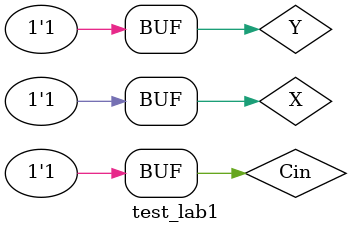
<source format=v>
`timescale 1ns / 1ps


module test_lab1;
wire S,Cout;
reg X,Y,Cin;
lab1 U0(.cout(Cout),.s(S),.x(X),.y(Y),.cin(Cin));
initial
begin
 X=0;Y=0;Cin=0;
 #10 X=0;Y=0;Cin=1;
 #10 X=0;Y=1;Cin=0;
 #10 X=0;Y=1;Cin=1;
 #10 X=1;Y=0;Cin=0;
 #10 X=1;Y=0;Cin=1;
 #10 X=1;Y=1;Cin=0;
 #10 X=1;Y=1;Cin=1;
end
endmodule


</source>
